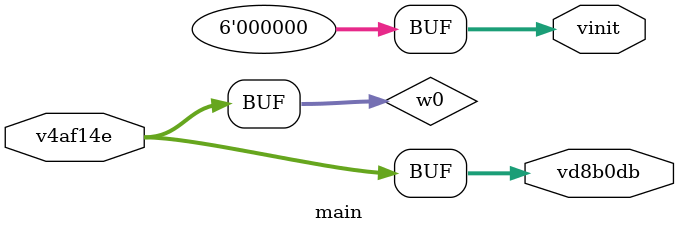
<source format=v>

`default_nettype none

module main (
 input [1:0] v4af14e,
 output [1:0] vd8b0db,
 output [0:5] vinit
);
 wire [0:1] w0;
 assign w0 = v4af14e;
 assign vd8b0db = w0;
 assign vinit = 6'b000000;
endmodule


</source>
